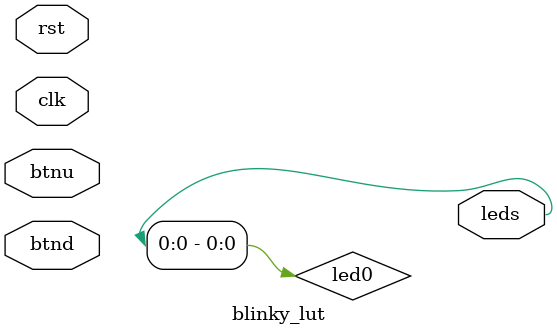
<source format=sv>
module blinky_lut (
    input  logic        clk,     // 100 MHz, 100 million ticks per second 
    input  logic        rst,     // reset button (center)
    input  logic        btnu,
    input  logic        btnd,
    output logic [15:0] leds
  
);

    //Up button
    logic btnu_ff1,           //first security guard
          btnu_sync,          //current synchronized button (this clock)
          btnu_sync_d;        //previous synchronized button (last clock)
    
    //Down button
    logic btnd_ff1,         
          btnd_sync,        //Makes the signal perfectly clean and stable
          btnd_sync_d;      //remembers what the button was doing last cycle 

 
                                      //right hand values read first (b4 the clock)
//left hand side update on clock edge
    always_ff @(posedge clk) begin         
        // UP
        btnu_ff1    <= btnu;                
        btnu_sync   <= btnu_ff1;
        btnu_sync_d <= btnu_sync;
        // DOWN
        btnd_ff1    <= btnd;
        btnd_sync   <= btnd_ff1;
        btnd_sync_d <= btnd_sync;  
    end

    // 1-clock pulses
    wire btnu_pulse = btnu_sync & ~btnu_sync_d;
    wire btnd_pulse = btnd_sync & ~btnd_sync_d;  


 
    logic [3:0] speed_index;                    //Speed Index = 0 fastest, 15 slowest                  
    always_ff @(posedge clk) begin
        if (rst) begin
            speed_index <= 4'd3;                 // On reset, start at speed 3 
        
        end else begin
    //When an UP-button pulse arrives, and we're not already at 15, bump speed index up by one 
            if (btnu_pulse && speed_index != 4'd15) speed_index <= speed_index + 1;
    //When a Down-button pulse arrives, and not at 0, bump speed index down by one
            else if (btnd_pulse && speed_index != 4'd0) speed_index <= speed_index - 1;
        end
    end

    // 3) LUT: 
    logic [31:0] target_next; // Speed translator- it converts your button selections (0-15)into counting numbers that make the LED blink at the right speed
 
    // use a reversed index for timing lookup
    wire [3:0] idx_rev = 4'd15 - speed_index;

    always_comb begin           //Speed tranlator
        unique case (idx_rev)               
            4'd0:  target_next = 32'd12_500_000;     // 0.125 s per toggle 8toggles/second
            4'd1:  target_next = 32'd25_000_000;     // 0.25  s
            4'd2:  target_next = 32'd50_000_000;     // 0.5   s
            4'd3:  target_next = 32'd100_000_000;    // 1.0   s
            4'd4:  target_next = 32'd150_000_000;    // 1.5   s
            4'd5:  target_next = 32'd200_000_000;    // 2.0   s
            4'd6:  target_next = 32'd300_000_000;    // 3.0   s
            4'd7:  target_next = 32'd400_000_000;    // 4.0   s
            4'd8:  target_next = 32'd600_000_000;    // 6.0   s
            4'd9:  target_next = 32'd800_000_000;    // 8.0   s
            4'd10: target_next = 32'd1_000_000_000;  // 10.0  s
            4'd11: target_next = 32'd1_200_000_000;  // 12.0  s
            4'd12: target_next = 32'd1_500_000_000;  // 15.0  s
            4'd13: target_next = 32'd2_000_000_000;  // 20.0  s
            4'd14: target_next = 32'd2_500_000_000;  // 25.0  s
            default: target_next = 32'd3_000_000_000; // 30.0 s 
        endcase
    end

    // 4) Glitch-free blinker
    logic [31:0] current_target;               //The route we're driving right now
    logic [31:0] count;                        //How many stops we've completed on current route
    logic        led_q;                        //The actual LED state (on/off)

    always_ff @(posedge clk) begin             //Every time the clock ticks
        if (rst) begin                         //If reset button is pressed
            count          <= 32'd0;           //Start counting from zero
            current_target <= 32'd100_000_000; //Drive the 1-second route 
            led_q          <= 1'b0;            //Turn LED off
        end else begin
            if (count == current_target - 1) begin    //Have we reached the end of our route?
                count          <= 32'd0;              //Yes? Reset stop counter to zero
                led_q          <= ~led_q;             //Toggle LED (on->off, off-> on)
                current_target <= target_next;        //Swich to the newly requested route
            end else begin
                count <= count + 1;
            end
        end
    end

    // 5) Outputs
    //assign led0     = led_q;                          // blinker
    assign leds[0]  = led0;                           // show blinker on LED0
    
    
    //assign leds[15:1] = (15'h1 << speed_index);       // cursor style
    

endmodule

</source>
